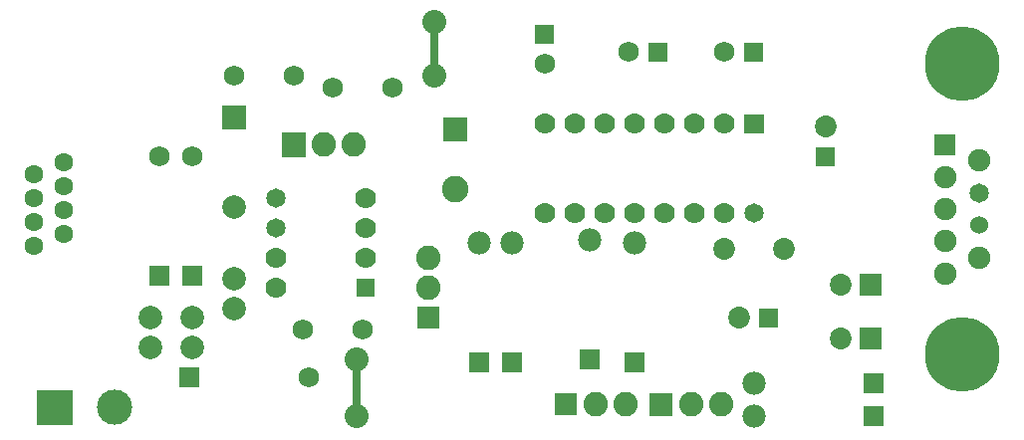
<source format=gbr>
G04 start of page 3 for group 1 idx 3
G04 Title: (unknown), Kuper Oben *
G04 Creator: pcb 20080202 *
G04 CreationDate: Mi 16 Sep 2009 19:53:06 GMT UTC *
G04 For: stettberger *
G04 Format: Gerber/RS-274X *
G04 PCB-Dimensions: 382677 150394 *
G04 PCB-Coordinate-Origin: lower left *
%MOIN*%
%FSLAX24Y24*%
%LNFRONT*%
%ADD11C,0.0250*%
%ADD12C,0.0200*%
%ADD14C,0.2500*%
%ADD15C,0.0750*%
%ADD16C,0.0650*%
%ADD17C,0.0600*%
%ADD18C,0.0680*%
%ADD19C,0.0700*%
%ADD20C,0.0730*%
%ADD21C,0.0820*%
%ADD22C,0.0780*%
%ADD23C,0.1181*%
%ADD24C,0.0787*%
%ADD25C,0.0887*%
%ADD26C,0.0630*%
%ADD27C,0.0800*%
%ADD28C,0.0380*%
%ADD29C,0.0315*%
%ADD30C,0.1250*%
%ADD31C,0.0350*%
%ADD32C,0.0280*%
%ADD33C,0.0420*%
%ADD34C,0.0400*%
%ADD35C,0.0394*%
%ADD36C,0.0591*%
%ADD37C,0.1279*%
%ADD38C,0.0355*%
G54D11*X16900Y12539D02*Y14339D01*
X14300Y3039D02*Y1239D01*
Y1139D02*X14200Y1039D01*
G54D12*G36*
X31260Y1479D02*Y799D01*
X31940D01*
Y1479D01*
X31260D01*
G37*
G36*
X31135Y4104D02*Y3374D01*
X31865D01*
Y4104D01*
X31135D01*
G37*
G36*
Y5904D02*Y5174D01*
X31865D01*
Y5904D01*
X31135D01*
G37*
G36*
X31260Y2579D02*Y1899D01*
X31940D01*
Y2579D01*
X31260D01*
G37*
G54D14*X34560Y3219D03*
G54D12*G36*
X33650Y10589D02*Y9889D01*
X34350D01*
Y10589D01*
X33650D01*
G37*
G54D15*X34000Y9159D03*
X35120Y9699D03*
G54D16*Y8619D03*
G54D14*X34560Y12939D03*
G54D15*X34000Y8079D03*
Y6999D03*
Y5919D03*
G54D17*X35120Y7539D03*
G54D15*Y6459D03*
G54D12*G36*
X24085Y13654D02*Y13024D01*
X24715D01*
Y13654D01*
X24085D01*
G37*
G54D18*X23400Y13339D03*
G54D19*X23600Y10939D03*
X22600D03*
X21600D03*
X20600D03*
Y7939D03*
X21600D03*
X22600D03*
X23600D03*
G54D12*G36*
X20285Y14254D02*Y13624D01*
X20915D01*
Y14254D01*
X20285D01*
G37*
G54D18*X20600Y12939D03*
G54D20*X28600Y6739D03*
G54D12*G36*
X27275Y11264D02*Y10614D01*
X27925D01*
Y11264D01*
X27275D01*
G37*
G54D19*X26600Y10939D03*
X25600D03*
G54D12*G36*
X29685Y10154D02*Y9524D01*
X30315D01*
Y10154D01*
X29685D01*
G37*
G54D20*X30000Y10839D03*
G54D19*X24600Y10939D03*
Y7939D03*
X25600D03*
X26600D03*
G54D16*X27600D03*
G54D12*G36*
X27285Y13654D02*Y13024D01*
X27915D01*
Y13654D01*
X27285D01*
G37*
G54D18*X26600Y13339D03*
G54D12*G36*
X21760Y3379D02*Y2699D01*
X22440D01*
Y3379D01*
X21760D01*
G37*
G54D21*X22300Y1539D03*
X23300D03*
G54D12*G36*
X23260Y3279D02*Y2599D01*
X23940D01*
Y3279D01*
X23260D01*
G37*
G54D22*X22100Y7039D03*
G54D12*G36*
X20940Y1899D02*Y1179D01*
X21660D01*
Y1899D01*
X20940D01*
G37*
G36*
X24115Y1924D02*Y1154D01*
X24885D01*
Y1924D01*
X24115D01*
G37*
G54D21*X25500Y1539D03*
X26500D03*
G54D22*X23600Y6939D03*
G54D20*X26600Y6739D03*
G54D12*G36*
X27785Y4754D02*Y4124D01*
X28415D01*
Y4754D01*
X27785D01*
G37*
G54D20*X27100Y4439D03*
G54D22*X27600Y1139D03*
G54D20*X30500Y3739D03*
Y5539D03*
G54D22*X27600Y2239D03*
G54D12*G36*
X16340Y4799D02*Y4079D01*
X17060D01*
Y4799D01*
X16340D01*
G37*
G54D21*X16700Y5439D03*
G54D12*G36*
X18060Y3279D02*Y2599D01*
X18740D01*
Y3279D01*
X18060D01*
G37*
G36*
X19160D02*Y2599D01*
X19840D01*
Y3279D01*
X19160D01*
G37*
G54D18*X13500Y12139D03*
X12700Y2439D03*
X12500Y4039D03*
G54D21*X16700Y6439D03*
G54D12*G36*
X14300Y5739D02*Y5139D01*
X14900D01*
Y5739D01*
X14300D01*
G37*
G54D19*X14600Y6439D03*
Y7439D03*
Y8439D03*
G54D18*X14500Y4039D03*
G54D12*G36*
X11790Y10649D02*Y9829D01*
X12610D01*
Y10649D01*
X11790D01*
G37*
G36*
X9806Y11533D02*Y10745D01*
X10593D01*
Y11533D01*
X9806D01*
G37*
G54D16*X11600Y8439D03*
G54D18*X12200Y12539D03*
X10200D03*
G54D12*G36*
X3609Y2030D02*Y848D01*
X4790D01*
Y2030D01*
X3609D01*
G37*
G54D23*X6200Y1439D03*
G54D19*X11600Y5439D03*
G54D24*X10200Y4739D03*
G54D12*G36*
X8360Y2779D02*Y2099D01*
X9040D01*
Y2779D01*
X8360D01*
G37*
G54D24*X8800Y4439D03*
Y3439D03*
X7400D03*
Y4439D03*
G54D21*X13200Y10239D03*
X14200D03*
G54D12*G36*
X17206Y11133D02*Y10345D01*
X17993D01*
Y11133D01*
X17206D01*
G37*
G54D18*X15500Y12139D03*
G54D22*X18400Y6939D03*
G54D25*X17600Y8739D03*
G54D22*X19500Y6939D03*
G54D16*X11600Y7439D03*
G54D19*Y6439D03*
G54D12*G36*
X7360Y6179D02*Y5499D01*
X8040D01*
Y6179D01*
X7360D01*
G37*
G54D18*X7700Y9839D03*
G54D24*X10200Y8139D03*
G54D12*G36*
X8460Y6179D02*Y5499D01*
X9140D01*
Y6179D01*
X8460D01*
G37*
G54D18*X8800Y9839D03*
G54D24*X10200Y5739D03*
G54D26*X3500Y8439D03*
X4500Y9639D03*
X3500Y9239D03*
X4500Y8839D03*
Y7239D03*
Y8039D03*
X3500Y7639D03*
Y6839D03*
G54D17*X8800Y4439D03*
Y5839D03*
G54D27*X16900Y12539D03*
Y14339D03*
X14300Y3039D03*
Y1139D03*
G54D28*G54D29*G54D28*G54D30*G54D31*G54D30*G54D31*G54D29*G54D32*G54D29*G54D32*G54D29*G54D32*G54D29*G54D28*G54D33*G54D28*G54D33*G54D28*G54D29*G54D28*G54D29*G54D28*G54D33*G54D28*G54D29*G54D28*G54D29*G54D33*G54D32*G54D29*G54D34*G54D35*G54D32*G54D29*G54D36*G54D32*G54D35*G54D28*G54D35*G54D37*G54D34*G54D35*G54D29*G54D28*G54D35*G54D28*G54D32*G54D28*G54D35*G54D28*G54D35*G54D38*G54D37*G54D38*G54D31*M02*

</source>
